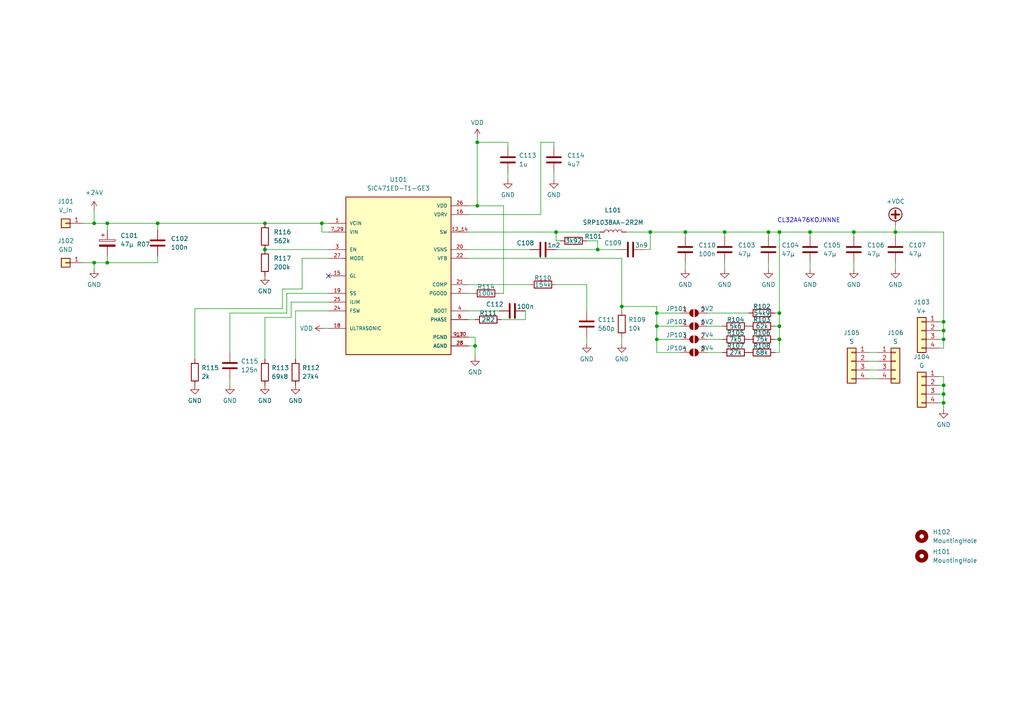
<source format=kicad_sch>
(kicad_sch (version 20230121) (generator eeschema)
  (paper "A4")
  (lib_symbols
    (symbol "Connector_Generic:Conn_01x01" (pin_names (offset 1.016) hide)
      (property "Reference" "J" (at 0 2.54 0))
      (property "Value" "Conn_01x01" (at 0 -2.54 0))
      (symbol "Conn_01x01_1_1"
        (rectangle (start -1.27 0.127) (end 0 -0.127) (stroke (width 0.1524)))
        (rectangle (start -1.27 1.27) (end 1.27 -1.27) (stroke (width 0.254)) (fill (type background)))
        (pin passive line (at -5.08 0 0) (length 3.81) (name "Pin_1") (number "1"))
      )
    )
    (symbol "Connector_Generic:Conn_01x04" (pin_names (offset 1.016) hide)
      (property "Reference" "J" (at 0 5.08 0))
      (property "Value" "Conn_01x04" (at 0 -7.62 0))
      (symbol "Conn_01x04_1_1"
        (rectangle (start -1.27 -4.953) (end 0 -5.207) (stroke (width 0.1524)))
        (rectangle (start -1.27 -2.413) (end 0 -2.667) (stroke (width 0.1524)))
        (rectangle (start -1.27 0.127) (end 0 -0.127) (stroke (width 0.1524)))
        (rectangle (start -1.27 2.667) (end 0 2.413) (stroke (width 0.1524)))
        (rectangle (start -1.27 3.81) (end 1.27 -6.35) (stroke (width 0.254)) (fill (type background)))
        (pin passive line (at -5.08 2.54 0) (length 3.81) (name "Pin_1") (number "1"))
        (pin passive line (at -5.08 0 0) (length 3.81) (name "Pin_2") (number "2"))
        (pin passive line (at -5.08 -2.54 0) (length 3.81) (name "Pin_3") (number "3"))
        (pin passive line (at -5.08 -5.08 0) (length 3.81) (name "Pin_4") (number "4"))
      )
    )
    (symbol "Device:C" (pin_numbers hide) (pin_names (offset 0.254))
      (property "Reference" "C" (at 0.635 2.54 0))
      (property "Value" "C" (at 0.635 -2.54 0))
      (symbol "C_0_1"
        (polyline (pts (xy -2.032 -0.762) (xy 2.032 -0.762)) (stroke (width 0.508)))
        (polyline (pts (xy -2.032 0.762) (xy 2.032 0.762)) (stroke (width 0.508)))
      )
      (symbol "C_1_1"
        (pin passive line (at 0 3.81 270) (length 2.794) (name "~") (number "1"))
        (pin passive line (at 0 -3.81 90) (length 2.794) (name "~") (number "2"))
      )
    )
    (symbol "Device:C_Polarized" (pin_numbers hide) (pin_names (offset 0.254))
      (property "Reference" "C" (at 0.635 2.54 0))
      (property "Value" "C_Polarized" (at 0.635 -2.54 0))
      (symbol "C_Polarized_0_1"
        (rectangle (start -2.286 0.508) (end 2.286 1.016))
        (polyline (pts (xy -1.778 2.286) (xy -0.762 2.286)))
        (polyline (pts (xy -1.27 2.794) (xy -1.27 1.778)))
        (rectangle (start 2.286 -0.508) (end -2.286 -1.016) (fill (type outline)))
      )
      (symbol "C_Polarized_1_1"
        (pin passive line (at 0 3.81 270) (length 2.794) (name "~") (number "1"))
        (pin passive line (at 0 -3.81 90) (length 2.794) (name "~") (number "2"))
      )
    )
    (symbol "Device:L" (pin_numbers hide) (pin_names (offset 1.016) hide)
      (property "Reference" "L" (at -1.27 0 90))
      (property "Value" "L" (at 1.905 0 90))
      (symbol "L_0_1"
        (arc (start 0 -2.54) (mid 0.6323 -1.905) (end 0 -1.27))
        (arc (start 0 -1.27) (mid 0.6323 -0.635) (end 0 0))
        (arc (start 0 0) (mid 0.6323 0.635) (end 0 1.27))
        (arc (start 0 1.27) (mid 0.6323 1.905) (end 0 2.54))
      )
      (symbol "L_1_1"
        (pin passive line (at 0 3.81 270) (length 1.27) (name "1") (number "1"))
        (pin passive line (at 0 -3.81 90) (length 1.27) (name "2") (number "2"))
      )
    )
    (symbol "Device:R" (pin_numbers hide) (pin_names (offset 0))
      (property "Reference" "R" (at 2.032 0 90))
      (property "Value" "R" (at 0 0 90))
      (symbol "R_0_1"
        (rectangle (start -1.016 -2.54) (end 1.016 2.54) (stroke (width 0.254)))
      )
      (symbol "R_1_1"
        (pin passive line (at 0 3.81 270) (length 1.27) (name "~") (number "1"))
        (pin passive line (at 0 -3.81 90) (length 1.27) (name "~") (number "2"))
      )
    )
    (symbol "Eigene:SIC471ED-T1-GE3" (pin_names (offset 1.016))
      (property "Reference" "U" (at -15.24 22.86 0))
      (property "Value" "SIC471ED-T1-GE3" (at -15.24 -25.4 0))
      (symbol "SIC471ED-T1-GE3_0_0"
        (rectangle (start -15.24 -22.86) (end 15.24 22.86) (stroke (width 0.254)) (fill (type background)))
        (pin input line (at -20.32 15.24 0) (length 5.08) (name "VCIN") (number "1"))
        (pin output line (at 20.32 12.7 180) (length 5.08) (name "SW") (number "12_14"))
        (pin input line (at -20.32 0 0) (length 5.08) (name "GL") (number "15"))
        (pin power_in line (at 20.32 17.78 180) (length 5.08) (name "VDRV") (number "16"))
        (pin passive line (at 20.32 -17.78 180) (length 5.08) (name "PGND") (number "17"))
        (pin input line (at -20.32 -15.24 0) (length 5.08) (name "ULTRASONIC") (number "18"))
        (pin input line (at -20.32 -5.08 0) (length 5.08) (name "SS") (number "19"))
        (pin output line (at 20.32 -5.08 180) (length 5.08) (name "PGOOD") (number "2"))
        (pin input line (at 20.32 7.62 180) (length 5.08) (name "VSNS") (number "20"))
        (pin output line (at 20.32 -2.54 180) (length 5.08) (name "COMP") (number "21"))
        (pin input line (at 20.32 5.08 180) (length 5.08) (name "VFB") (number "22"))
        (pin passive line (at 20.32 -20.32 180) (length 5.08) (name "AGND") (number "23"))
        (pin input line (at -20.32 -10.16 0) (length 5.08) (name "FSW") (number "24"))
        (pin input line (at -20.32 -7.62 0) (length 5.08) (name "ILIM") (number "25"))
        (pin power_in line (at 20.32 20.32 180) (length 5.08) (name "VDD") (number "26"))
        (pin input line (at -20.32 5.08 0) (length 5.08) (name "MODE") (number "27"))
        (pin passive line (at 20.32 -20.32 180) (length 5.08) (name "AGND") (number "28"))
        (pin input line (at -20.32 7.62 0) (length 5.08) (name "EN") (number "3"))
        (pin passive line (at 20.32 -10.16 180) (length 5.08) (name "BOOT") (number "4"))
        (pin passive line (at 20.32 -12.7 180) (length 5.08) (name "PHASE") (number "5"))
        (pin passive line (at 20.32 -12.7 180) (length 5.08) (name "PHASE") (number "6"))
        (pin input line (at -20.32 12.7 0) (length 5.08) (name "VIN") (number "7_29"))
        (pin passive line (at 20.32 -17.78 180) (length 5.08) (name "PGND") (number "9_30"))
      )
    )
    (symbol "Jumper:SolderJumper_2_Open" (pin_names (offset 0) hide)
      (property "Reference" "JP" (at 0 2.032 0))
      (property "Value" "SolderJumper_2_Open" (at 0 -2.54 0))
      (symbol "SolderJumper_2_Open_0_1"
        (arc (start -0.254 1.016) (mid -1.2656 0) (end -0.254 -1.016))
        (arc (start -0.254 1.016) (mid -1.2656 0) (end -0.254 -1.016) (fill (type outline)))
        (polyline (pts (xy -0.254 1.016) (xy -0.254 -1.016)))
        (polyline (pts (xy 0.254 1.016) (xy 0.254 -1.016)))
        (arc (start 0.254 -1.016) (mid 1.2656 0) (end 0.254 1.016))
        (arc (start 0.254 -1.016) (mid 1.2656 0) (end 0.254 1.016) (fill (type outline)))
      )
      (symbol "SolderJumper_2_Open_1_1"
        (pin passive line (at -3.81 0 0) (length 2.54) (name "A") (number "1"))
        (pin passive line (at 3.81 0 180) (length 2.54) (name "B") (number "2"))
      )
    )
    (symbol "Mechanical:MountingHole" (pin_names (offset 1.016))
      (property "Reference" "H" (at 0 5.08 0))
      (property "Value" "MountingHole" (at 0 3.175 0))
      (symbol "MountingHole_0_1"
        (circle (center 0 0) (radius 1.27) (stroke (width 1.27)))
      )
    )
    (symbol "power:+24V" (power) (pin_names (offset 0))
      (property "Value" "+24V" (at 0 3.556 0))
      (symbol "+24V_0_1"
        (polyline (pts (xy -0.762 1.27) (xy 0 2.54)))
        (polyline (pts (xy 0 0) (xy 0 2.54)))
        (polyline (pts (xy 0 2.54) (xy 0.762 1.27)))
      )
      (symbol "+24V_1_1"
        (pin power_in line (at 0 0 90) (length 0) hide (name "+24V") (number "1"))
      )
    )
    (symbol "power:+VDC" (power) (pin_names (offset 0))
      (property "Value" "+VDC" (at 0 6.35 0))
      (symbol "+VDC_0_1"
        (polyline (pts (xy -1.143 3.175) (xy 1.143 3.175)) (stroke (width 0.508)))
        (polyline (pts (xy 0 0) (xy 0 1.27)))
        (polyline (pts (xy 0 2.032) (xy 0 4.318)) (stroke (width 0.508)))
        (circle (center 0 3.175) (radius 1.905) (stroke (width 0.254)))
      )
      (symbol "+VDC_1_1"
        (pin power_in line (at 0 0 90) (length 0) hide (name "+VDC") (number "1"))
      )
    )
    (symbol "power:GND" (power) (pin_names (offset 0))
      (property "Value" "GND" (at 0 -3.81 0))
      (symbol "GND_0_1"
        (polyline (pts (xy 0 0) (xy 0 -1.27) (xy 1.27 -1.27) (xy 0 -2.54) (xy -1.27 -1.27) (xy 0 -1.27)))
      )
      (symbol "GND_1_1"
        (pin power_in line (at 0 0 270) (length 0) hide (name "GND") (number "1"))
      )
    )
    (symbol "power:VDD" (power) (pin_names (offset 0))
      (property "Value" "VDD" (at 0 3.81 0))
      (symbol "VDD_0_1"
        (polyline (pts (xy -0.762 1.27) (xy 0 2.54)))
        (polyline (pts (xy 0 0) (xy 0 2.54)))
        (polyline (pts (xy 0 2.54) (xy 0.762 1.27)))
      )
      (symbol "VDD_1_1"
        (pin power_in line (at 0 0 90) (length 0) hide (name "VDD") (number "1"))
      )
    )
  )
  (junction (at 27.305 76.2))
  (junction (at 226.06 94.615))
  (junction (at 273.685 114.3))
  (junction (at 259.715 67.31))
  (junction (at 31.115 64.77))
  (junction (at 27.305 64.77))
  (junction (at 180.34 88.9))
  (junction (at 190.5 90.805))
  (junction (at 210.185 67.31))
  (junction (at 222.885 67.31))
  (junction (at 226.06 90.805))
  (junction (at 226.06 67.31))
  (junction (at 273.685 111.76))
  (junction (at 190.5 98.425))
  (junction (at 234.95 67.31))
  (junction (at 198.755 67.31))
  (junction (at 188.595 67.31))
  (junction (at 247.65 67.31))
  (junction (at 273.685 98.425))
  (junction (at 76.835 64.77))
  (junction (at 76.835 72.39))
  (junction (at 226.06 98.425))
  (junction (at 45.72 64.77))
  (junction (at 138.43 59.69))
  (junction (at 273.685 93.345))
  (junction (at 190.5 94.615))
  (junction (at 173.355 72.39))
  (junction (at 138.43 41.275))
  (junction (at 93.345 64.77))
  (junction (at 273.685 116.84))
  (junction (at 137.795 100.33))
  (junction (at 31.115 76.2))
  (junction (at 273.685 95.885))
  (junction (at 161.29 67.31))
  (no_connect (at 95.25 80.01))
  (wire (pts (xy 146.05 59.69) (xy 138.43 59.69)))
  (wire (pts (xy 190.5 90.805) (xy 190.5 88.9)))
  (wire (pts (xy 162.56 69.85) (xy 161.29 69.85)))
  (wire (pts (xy 190.5 98.425) (xy 190.5 94.615)))
  (wire (pts (xy 198.755 67.31) (xy 198.755 68.58)))
  (wire (pts (xy 135.89 67.31) (xy 161.29 67.31)))
  (wire (pts (xy 66.675 90.805) (xy 66.675 102.235)))
  (wire (pts (xy 259.715 67.31) (xy 273.685 67.31)))
  (wire (pts (xy 205.105 98.425) (xy 209.55 98.425)))
  (wire (pts (xy 198.755 78.105) (xy 198.755 76.2)))
  (wire (pts (xy 161.29 67.31) (xy 173.99 67.31)))
  (wire (pts (xy 272.415 100.965) (xy 273.685 100.965)))
  (wire (pts (xy 27.305 78.105) (xy 27.305 76.2)))
  (wire (pts (xy 272.415 116.84) (xy 273.685 116.84)))
  (wire (pts (xy 156.845 41.275) (xy 160.655 41.275)))
  (wire (pts (xy 160.655 41.275) (xy 160.655 42.545)))
  (wire (pts (xy 197.485 102.235) (xy 190.5 102.235)))
  (wire (pts (xy 226.06 98.425) (xy 226.06 102.235)))
  (wire (pts (xy 190.5 94.615) (xy 197.485 94.615)))
  (wire (pts (xy 226.06 67.31) (xy 226.06 90.805)))
  (wire (pts (xy 135.89 62.23) (xy 156.845 62.23)))
  (wire (pts (xy 259.715 67.31) (xy 259.715 68.58)))
  (wire (pts (xy 84.455 87.63) (xy 95.25 87.63)))
  (wire (pts (xy 234.95 78.105) (xy 234.95 76.2)))
  (wire (pts (xy 234.95 67.31) (xy 247.65 67.31)))
  (wire (pts (xy 170.18 99.695) (xy 170.18 97.79)))
  (wire (pts (xy 222.885 67.31) (xy 222.885 68.58)))
  (wire (pts (xy 259.715 78.105) (xy 259.715 76.2)))
  (wire (pts (xy 226.06 67.31) (xy 234.95 67.31)))
  (wire (pts (xy 95.25 74.93) (xy 87.63 74.93)))
  (wire (pts (xy 93.345 64.77) (xy 95.25 64.77)))
  (wire (pts (xy 273.685 93.345) (xy 273.685 95.885)))
  (wire (pts (xy 45.72 64.77) (xy 76.835 64.77)))
  (wire (pts (xy 252.095 107.315) (xy 254.635 107.315)))
  (wire (pts (xy 170.18 69.85) (xy 173.355 69.85)))
  (wire (pts (xy 173.355 72.39) (xy 179.07 72.39)))
  (wire (pts (xy 76.835 72.39) (xy 95.25 72.39)))
  (wire (pts (xy 190.5 102.235) (xy 190.5 98.425)))
  (wire (pts (xy 273.685 114.3) (xy 273.685 111.76)))
  (wire (pts (xy 190.5 88.9) (xy 180.34 88.9)))
  (wire (pts (xy 147.32 52.07) (xy 147.32 50.165)))
  (wire (pts (xy 190.5 90.805) (xy 197.485 90.805)))
  (wire (pts (xy 146.05 85.09) (xy 146.05 59.69)))
  (wire (pts (xy 226.06 102.235) (xy 224.79 102.235)))
  (wire (pts (xy 210.185 78.105) (xy 210.185 76.2)))
  (wire (pts (xy 76.835 92.075) (xy 76.835 104.14)))
  (wire (pts (xy 66.675 111.76) (xy 66.675 109.855)))
  (wire (pts (xy 138.43 59.69) (xy 138.43 41.275)))
  (wire (pts (xy 31.115 64.77) (xy 45.72 64.77)))
  (wire (pts (xy 190.5 94.615) (xy 190.5 90.805)))
  (wire (pts (xy 84.455 92.075) (xy 84.455 87.63)))
  (wire (pts (xy 156.845 62.23) (xy 156.845 41.275)))
  (wire (pts (xy 210.185 67.31) (xy 210.185 68.58)))
  (wire (pts (xy 247.65 67.31) (xy 247.65 68.58)))
  (wire (pts (xy 93.98 95.25) (xy 95.25 95.25)))
  (wire (pts (xy 210.185 67.31) (xy 222.885 67.31)))
  (wire (pts (xy 84.455 92.075) (xy 76.835 92.075)))
  (wire (pts (xy 138.43 41.275) (xy 147.32 41.275)))
  (wire (pts (xy 224.79 90.805) (xy 226.06 90.805)))
  (wire (pts (xy 188.595 72.39) (xy 188.595 67.31)))
  (wire (pts (xy 81.915 83.82) (xy 81.915 89.535)))
  (wire (pts (xy 144.78 85.09) (xy 146.05 85.09)))
  (wire (pts (xy 272.415 98.425) (xy 273.685 98.425)))
  (wire (pts (xy 252.095 109.855) (xy 254.635 109.855)))
  (wire (pts (xy 222.885 78.105) (xy 222.885 76.2)))
  (wire (pts (xy 226.06 94.615) (xy 226.06 98.425)))
  (wire (pts (xy 56.515 89.535) (xy 56.515 104.14)))
  (wire (pts (xy 81.915 89.535) (xy 56.515 89.535)))
  (wire (pts (xy 205.105 90.805) (xy 217.17 90.805)))
  (wire (pts (xy 76.835 64.77) (xy 93.345 64.77)))
  (wire (pts (xy 170.18 90.17) (xy 170.18 82.55)))
  (wire (pts (xy 234.95 67.31) (xy 234.95 68.58)))
  (wire (pts (xy 138.43 40.005) (xy 138.43 41.275)))
  (wire (pts (xy 45.72 66.675) (xy 45.72 64.77)))
  (wire (pts (xy 24.13 64.77) (xy 27.305 64.77)))
  (wire (pts (xy 27.305 76.2) (xy 24.13 76.2)))
  (wire (pts (xy 31.115 76.2) (xy 45.72 76.2)))
  (wire (pts (xy 273.685 109.22) (xy 272.415 109.22)))
  (wire (pts (xy 180.34 88.9) (xy 180.34 90.17)))
  (wire (pts (xy 87.63 83.82) (xy 81.915 83.82)))
  (wire (pts (xy 137.795 97.79) (xy 137.795 100.33)))
  (wire (pts (xy 247.65 78.105) (xy 247.65 76.2)))
  (wire (pts (xy 259.715 65.405) (xy 259.715 67.31)))
  (wire (pts (xy 152.4 92.71) (xy 152.4 90.17)))
  (wire (pts (xy 145.415 92.71) (xy 152.4 92.71)))
  (wire (pts (xy 205.105 94.615) (xy 209.55 94.615)))
  (wire (pts (xy 45.72 74.295) (xy 45.72 76.2)))
  (wire (pts (xy 95.25 85.09) (xy 83.185 85.09)))
  (wire (pts (xy 135.89 59.69) (xy 138.43 59.69)))
  (wire (pts (xy 95.25 67.31) (xy 93.345 67.31)))
  (wire (pts (xy 161.29 69.85) (xy 161.29 67.31)))
  (wire (pts (xy 170.18 82.55) (xy 161.29 82.55)))
  (wire (pts (xy 273.685 67.31) (xy 273.685 93.345)))
  (wire (pts (xy 180.34 99.695) (xy 180.34 97.79)))
  (wire (pts (xy 198.755 67.31) (xy 210.185 67.31)))
  (wire (pts (xy 93.345 67.31) (xy 93.345 64.77)))
  (wire (pts (xy 173.355 72.39) (xy 161.29 72.39)))
  (wire (pts (xy 135.89 72.39) (xy 153.67 72.39)))
  (wire (pts (xy 31.115 74.295) (xy 31.115 76.2)))
  (wire (pts (xy 273.685 93.345) (xy 272.415 93.345)))
  (wire (pts (xy 85.725 104.14) (xy 85.725 90.17)))
  (wire (pts (xy 181.61 67.31) (xy 188.595 67.31)))
  (wire (pts (xy 273.685 100.965) (xy 273.685 98.425)))
  (wire (pts (xy 272.415 111.76) (xy 273.685 111.76)))
  (wire (pts (xy 273.685 118.745) (xy 273.685 116.84)))
  (wire (pts (xy 27.305 76.2) (xy 31.115 76.2)))
  (wire (pts (xy 31.115 64.77) (xy 27.305 64.77)))
  (wire (pts (xy 135.89 74.93) (xy 180.34 74.93)))
  (wire (pts (xy 31.115 64.77) (xy 31.115 66.675)))
  (wire (pts (xy 205.105 102.235) (xy 209.55 102.235)))
  (wire (pts (xy 273.685 111.76) (xy 273.685 109.22)))
  (wire (pts (xy 190.5 98.425) (xy 197.485 98.425)))
  (wire (pts (xy 173.355 69.85) (xy 173.355 72.39)))
  (wire (pts (xy 153.67 82.55) (xy 135.89 82.55)))
  (wire (pts (xy 272.415 114.3) (xy 273.685 114.3)))
  (wire (pts (xy 160.655 52.07) (xy 160.655 50.165)))
  (wire (pts (xy 137.795 97.79) (xy 135.89 97.79)))
  (wire (pts (xy 273.685 95.885) (xy 273.685 98.425)))
  (wire (pts (xy 135.89 100.33) (xy 137.795 100.33)))
  (wire (pts (xy 83.185 90.805) (xy 66.675 90.805)))
  (wire (pts (xy 83.185 85.09) (xy 83.185 90.805)))
  (wire (pts (xy 135.89 85.09) (xy 137.16 85.09)))
  (wire (pts (xy 224.79 98.425) (xy 226.06 98.425)))
  (wire (pts (xy 224.79 94.615) (xy 226.06 94.615)))
  (wire (pts (xy 85.725 90.17) (xy 95.25 90.17)))
  (wire (pts (xy 226.06 90.805) (xy 226.06 94.615)))
  (wire (pts (xy 135.89 92.71) (xy 137.795 92.71)))
  (wire (pts (xy 273.685 116.84) (xy 273.685 114.3)))
  (wire (pts (xy 147.32 41.275) (xy 147.32 42.545)))
  (wire (pts (xy 252.095 104.775) (xy 254.635 104.775)))
  (wire (pts (xy 137.795 100.33) (xy 137.795 103.505)))
  (wire (pts (xy 87.63 74.93) (xy 87.63 83.82)))
  (wire (pts (xy 272.415 95.885) (xy 273.685 95.885)))
  (wire (pts (xy 27.305 60.96) (xy 27.305 64.77)))
  (wire (pts (xy 222.885 67.31) (xy 226.06 67.31)))
  (wire (pts (xy 135.89 90.17) (xy 144.78 90.17)))
  (wire (pts (xy 180.34 74.93) (xy 180.34 88.9)))
  (wire (pts (xy 188.595 67.31) (xy 198.755 67.31)))
  (wire (pts (xy 247.65 67.31) (xy 259.715 67.31)))
  (wire (pts (xy 252.095 102.235) (xy 254.635 102.235)))
  (wire (pts (xy 186.69 72.39) (xy 188.595 72.39)))
  (text "CL32A476KOJNNNE" (at 225.425 64.77 0) (effects (font (size 1.27 1.27)) (justify left bottom)))
  (symbol (lib_id "Device:R") (at 220.98 90.805 90) (unit 1)
    (property "Reference" "R102" (at 220.98 88.9 90))
    (property "Value" "54k9" (at 220.98 90.805 90))
  )
  (symbol (lib_id "Device:R") (at 56.515 107.95 0) (unit 1)
    (property "Reference" "R115" (at 58.42 106.68 0) (effects (justify left)))
    (property "Value" "2k" (at 58.42 109.22 0) (effects (justify left)))
  )
  (symbol (lib_id "power:GND") (at 27.305 78.105 0) (unit 1)
    (property "Reference" "#PWR0101" (effects hide))
    (property "Value" "GND" (at 27.305 82.55 0))
  )
  (symbol (lib_id "power:GND") (at 222.885 78.105 0) (unit 1)
    (property "Reference" "#PWR0104" (effects hide))
    (property "Value" "GND" (at 222.885 82.55 0))
  )
  (symbol (lib_id "Device:C") (at 247.65 72.39 0) (unit 1)
    (property "Reference" "C106" (at 251.46 71.12 0) (effects (justify left)))
    (property "Value" "47µ" (at 251.46 73.66 0) (effects (justify left)))
  )
  (symbol (lib_id "Connector_Generic:Conn_01x04") (at 247.015 104.775 0) (mirror y) (unit 1)
    (property "Reference" "J105" (at 247.015 96.52 0))
    (property "Value" "S" (at 247.015 99.06 0))
  )
  (symbol (lib_id "Device:C_Polarized") (at 31.115 70.485 0) (unit 1)
    (property "Reference" "C101" (at 34.925 68.326 0) (effects (justify left)))
    (property "Value" "47µ R07" (at 34.925 70.866 0) (effects (justify left)))
  )
  (symbol (lib_id "Connector_Generic:Conn_01x01") (at 19.05 76.2 180) (unit 1)
    (property "Reference" "J102" (at 19.05 69.85 0))
    (property "Value" "GND" (at 19.05 72.39 0))
  )
  (symbol (lib_id "Jumper:SolderJumper_2_Open") (at 201.295 98.425 0) (unit 1)
    (property "Reference" "JP103" (at 196.215 97.155 0))
    (property "Value" "7V4" (at 205.105 97.155 0))
  )
  (symbol (lib_id "power:GND") (at 170.18 99.695 0) (unit 1)
    (property "Reference" "#PWR0110" (effects hide))
    (property "Value" "GND" (at 170.18 104.14 0))
  )
  (symbol (lib_id "Jumper:SolderJumper_2_Open") (at 201.295 90.805 0) (unit 1)
    (property "Reference" "JP101" (at 196.215 89.535 0))
    (property "Value" "5V2" (at 205.105 89.535 0))
  )
  (symbol (lib_id "Device:C") (at 182.88 72.39 90) (unit 1)
    (property "Reference" "C109" (at 177.8 70.485 90))
    (property "Value" "3n9" (at 186.055 71.12 90))
  )
  (symbol (lib_id "Device:R") (at 141.605 92.71 90) (unit 1)
    (property "Reference" "R111" (at 141.605 90.805 90))
    (property "Value" "2R2" (at 141.605 92.71 90))
  )
  (symbol (lib_id "Device:R") (at 76.835 68.58 0) (unit 1)
    (property "Reference" "R116" (at 79.375 67.31 0) (effects (justify left)))
    (property "Value" "562k" (at 79.375 69.85 0) (effects (justify left)))
  )
  (symbol (lib_id "power:VDD") (at 93.98 95.25 90) (unit 1)
    (property "Reference" "#PWR0115" (effects hide))
    (property "Value" "VDD" (at 90.805 95.25 90) (effects (justify left)))
  )
  (symbol (lib_id "Device:C") (at 198.755 72.39 0) (unit 1)
    (property "Reference" "C110" (at 202.565 71.12 0) (effects (justify left)))
    (property "Value" "100n" (at 202.565 73.66 0) (effects (justify left)))
  )
  (symbol (lib_id "power:GND") (at 66.675 111.76 0) (unit 1)
    (property "Reference" "#PWR0118" (effects hide))
    (property "Value" "GND" (at 66.675 116.205 0))
  )
  (symbol (lib_id "power:GND") (at 273.685 118.745 0) (unit 1)
    (property "Reference" "#PWR0122" (effects hide))
    (property "Value" "GND" (at 273.685 123.19 0))
  )
  (symbol (lib_id "Device:C") (at 222.885 72.39 0) (unit 1)
    (property "Reference" "C104" (at 226.695 71.12 0) (effects (justify left)))
    (property "Value" "47µ" (at 226.695 73.66 0) (effects (justify left)))
  )
  (symbol (lib_id "Device:R") (at 213.36 98.425 90) (unit 1)
    (property "Reference" "R105" (at 213.36 96.52 90))
    (property "Value" "7k5" (at 213.36 98.425 90))
  )
  (symbol (lib_id "Eigene:SIC471ED-T1-GE3") (at 115.57 80.01 0) (unit 1)
    (property "Reference" "U101" (at 115.57 52.07 0))
    (property "Value" "SIC471ED-T1-GE3" (at 115.57 54.61 0))
    (property "Footprint" "SIC471ED-T1-GE3:VREG_SIC471ED-T1-GE3" (effects hide))
    (property "MF" "Vishay Siliconix" (effects hide))
    (property "Package" "PowerPAK®-55 Vishay Siliconix" (effects hide))
    (property "Price" "None" (effects hide))
    (property "Check_prices" "https://www.snapeda.com/parts/SIC471ED-T1-GE3/Vishay+Siliconix/view-part/?ref=eda" (effects hide))
    (property "STANDARD" "Manufacturer Recommendations" (effects hide))
    (property "PARTREV" "D" (effects hide))
    (property "SnapEDA_Link" "https://www.snapeda.com/parts/SIC471ED-T1-GE3/Vishay+Siliconix/view-part/?ref=snap" (effects hide))
    (property "MP" "SIC471ED-T1-GE3" (effects hide))
    (property "Purchase-URL" "https://www.snapeda.com/api/url_track_click_mouser/?unipart_id=3226310&manufacturer=Vishay Siliconix&part_name=SIC471ED-T1-GE3&search_term=sic471" (effects hide))
    (property "Description" "\nBuck Switching Regulator IC Positive Adjustable 0.8V 1 Output 12A PowerPAK® MLP55-27\n" (effects hide))
    (property "MANUFACTURER" "Vishay" (effects hide))
    (property "Availability" "In Stock" (effects hide))
    (property "SNAPEDA_PN" "SIC471ED-T1-GE3" (effects hide))
  )
  (symbol (lib_id "Device:R") (at 220.98 102.235 90) (unit 1)
    (property "Reference" "R108" (at 220.98 100.33 90))
    (property "Value" "68k" (at 220.98 102.235 90))
  )
  (symbol (lib_id "Connector_Generic:Conn_01x04") (at 267.335 95.885 0) (mirror y) (unit 1)
    (property "Reference" "J103" (at 267.335 87.63 0))
    (property "Value" "V+" (at 267.335 90.17 0))
  )
  (symbol (lib_id "power:GND") (at 76.835 111.76 0) (unit 1)
    (property "Reference" "#PWR0117" (effects hide))
    (property "Value" "GND" (at 76.835 116.205 0))
  )
  (symbol (lib_id "power:GND") (at 180.34 99.695 0) (unit 1)
    (property "Reference" "#PWR0109" (effects hide))
    (property "Value" "GND" (at 180.34 104.14 0))
  )
  (symbol (lib_id "power:+VDC") (at 259.715 65.405 0) (unit 1)
    (property "Reference" "#PWR0121" (effects hide))
    (property "Value" "+VDC" (at 259.715 58.42 0))
  )
  (symbol (lib_id "Mechanical:MountingHole") (at 267.335 161.29 0) (unit 1)
    (property "Reference" "H101" (at 270.51 160.02 0) (effects (justify left)))
    (property "Value" "MountingHole" (at 270.51 162.56 0) (effects (justify left)))
  )
  (symbol (lib_id "Connector_Generic:Conn_01x01") (at 19.05 64.77 180) (unit 1)
    (property "Reference" "J101" (at 19.05 58.42 0))
    (property "Value" "V_In" (at 19.05 60.96 0))
  )
  (symbol (lib_id "Device:C") (at 234.95 72.39 0) (unit 1)
    (property "Reference" "C105" (at 238.76 71.12 0) (effects (justify left)))
    (property "Value" "47µ" (at 238.76 73.66 0) (effects (justify left)))
  )
  (symbol (lib_id "Device:R") (at 213.36 94.615 90) (unit 1)
    (property "Reference" "R104" (at 213.36 92.71 90))
    (property "Value" "5k6" (at 213.36 94.615 90))
  )
  (symbol (lib_id "Device:C") (at 66.675 106.045 0) (unit 1)
    (property "Reference" "C115" (at 69.85 104.775 0) (effects (justify left)))
    (property "Value" "125n" (at 69.85 107.315 0) (effects (justify left)))
  )
  (symbol (lib_id "power:GND") (at 76.835 80.01 0) (unit 1)
    (property "Reference" "#PWR0120" (effects hide))
    (property "Value" "GND" (at 76.835 84.455 0))
  )
  (symbol (lib_id "power:GND") (at 147.32 52.07 0) (unit 1)
    (property "Reference" "#PWR0112" (effects hide))
    (property "Value" "GND" (at 147.32 56.515 0))
  )
  (symbol (lib_id "Connector_Generic:Conn_01x04") (at 259.715 104.775 0) (unit 1)
    (property "Reference" "J106" (at 259.715 96.52 0))
    (property "Value" "S" (at 259.715 99.06 0))
  )
  (symbol (lib_id "power:GND") (at 210.185 78.105 0) (unit 1)
    (property "Reference" "#PWR0103" (effects hide))
    (property "Value" "GND" (at 210.185 82.55 0))
  )
  (symbol (lib_id "Jumper:SolderJumper_2_Open") (at 201.295 94.615 0) (unit 1)
    (property "Reference" "JP102" (at 196.215 93.345 0))
    (property "Value" "6V2" (at 205.105 93.345 0))
  )
  (symbol (lib_id "Device:C") (at 157.48 72.39 90) (unit 1)
    (property "Reference" "C108" (at 152.4 70.485 90))
    (property "Value" "1n2" (at 160.655 71.12 90))
  )
  (symbol (lib_id "power:+24V") (at 27.305 60.96 0) (unit 1)
    (property "Reference" "#PWR0102" (effects hide))
    (property "Value" "+24V" (at 27.305 55.88 0))
  )
  (symbol (lib_id "Mechanical:MountingHole") (at 267.335 155.575 0) (unit 1)
    (property "Reference" "H102" (at 270.51 154.305 0) (effects (justify left)))
    (property "Value" "MountingHole" (at 270.51 156.845 0) (effects (justify left)))
  )
  (symbol (lib_id "power:GND") (at 259.715 78.105 0) (unit 1)
    (property "Reference" "#PWR0107" (effects hide))
    (property "Value" "GND" (at 259.715 82.55 0))
  )
  (symbol (lib_id "power:GND") (at 137.795 103.505 0) (unit 1)
    (property "Reference" "#PWR0111" (effects hide))
    (property "Value" "GND" (at 137.795 107.95 0))
  )
  (symbol (lib_id "Device:C") (at 45.72 70.485 0) (unit 1)
    (property "Reference" "C102" (at 49.53 69.215 0) (effects (justify left)))
    (property "Value" "100n" (at 49.53 71.755 0) (effects (justify left)))
  )
  (symbol (lib_id "Device:R") (at 166.37 69.85 90) (unit 1)
    (property "Reference" "R101" (at 172.085 68.58 90))
    (property "Value" "3k92" (at 166.37 69.85 90))
  )
  (symbol (lib_id "power:GND") (at 160.655 52.07 0) (unit 1)
    (property "Reference" "#PWR0114" (effects hide))
    (property "Value" "GND" (at 160.655 56.515 0))
  )
  (symbol (lib_id "Device:R") (at 76.835 107.95 0) (unit 1)
    (property "Reference" "R113" (at 78.74 106.68 0) (effects (justify left)))
    (property "Value" "69k8" (at 78.74 109.22 0) (effects (justify left)))
  )
  (symbol (lib_id "Device:C") (at 148.59 90.17 90) (unit 1)
    (property "Reference" "C112" (at 143.51 88.265 90))
    (property "Value" "100n" (at 152.4 88.9 90))
  )
  (symbol (lib_id "power:GND") (at 56.515 111.76 0) (unit 1)
    (property "Reference" "#PWR0119" (effects hide))
    (property "Value" "GND" (at 56.515 116.205 0))
  )
  (symbol (lib_id "Device:R") (at 213.36 102.235 90) (unit 1)
    (property "Reference" "R107" (at 213.36 100.33 90))
    (property "Value" "27k" (at 213.36 102.235 90))
  )
  (symbol (lib_id "Device:R") (at 180.34 93.98 0) (unit 1)
    (property "Reference" "R109" (at 182.245 92.71 0) (effects (justify left)))
    (property "Value" "10k" (at 182.245 95.25 0) (effects (justify left)))
  )
  (symbol (lib_id "Connector_Generic:Conn_01x04") (at 267.335 111.76 0) (mirror y) (unit 1)
    (property "Reference" "J104" (at 267.335 103.505 0))
    (property "Value" "G" (at 267.335 106.045 0))
  )
  (symbol (lib_id "Device:C") (at 170.18 93.98 0) (unit 1)
    (property "Reference" "C111" (at 173.355 92.71 0) (effects (justify left)))
    (property "Value" "560p" (at 173.355 95.25 0) (effects (justify left)))
  )
  (symbol (lib_id "Jumper:SolderJumper_2_Open") (at 201.295 102.235 0) (unit 1)
    (property "Reference" "JP104" (at 196.215 100.965 0))
    (property "Value" "8V4" (at 205.105 100.965 0))
  )
  (symbol (lib_id "Device:R") (at 220.98 98.425 90) (unit 1)
    (property "Reference" "R106" (at 220.98 96.52 90))
    (property "Value" "75k" (at 220.98 98.425 90))
  )
  (symbol (lib_id "Device:R") (at 220.98 94.615 90) (unit 1)
    (property "Reference" "R103" (at 220.98 92.71 90))
    (property "Value" "62k" (at 220.98 94.615 90))
  )
  (symbol (lib_id "power:GND") (at 247.65 78.105 0) (unit 1)
    (property "Reference" "#PWR0106" (effects hide))
    (property "Value" "GND" (at 247.65 82.55 0))
  )
  (symbol (lib_id "Device:R") (at 85.725 107.95 0) (unit 1)
    (property "Reference" "R112" (at 87.63 106.68 0) (effects (justify left)))
    (property "Value" "27k4" (at 87.63 109.22 0) (effects (justify left)))
  )
  (symbol (lib_id "Device:R") (at 76.835 76.2 0) (unit 1)
    (property "Reference" "R117" (at 79.375 74.93 0) (effects (justify left)))
    (property "Value" "200k" (at 79.375 77.47 0) (effects (justify left)))
  )
  (symbol (lib_id "Device:C") (at 160.655 46.355 0) (unit 1)
    (property "Reference" "C114" (at 164.465 45.085 0) (effects (justify left)))
    (property "Value" "4u7" (at 164.465 47.625 0) (effects (justify left)))
  )
  (symbol (lib_id "power:VDD") (at 138.43 40.005 0) (unit 1)
    (property "Reference" "#PWR0113" (effects hide))
    (property "Value" "VDD" (at 138.43 35.56 0))
  )
  (symbol (lib_id "Device:C") (at 259.715 72.39 0) (unit 1)
    (property "Reference" "C107" (at 263.525 71.12 0) (effects (justify left)))
    (property "Value" "47µ" (at 263.525 73.66 0) (effects (justify left)))
  )
  (symbol (lib_id "power:GND") (at 234.95 78.105 0) (unit 1)
    (property "Reference" "#PWR0105" (effects hide))
    (property "Value" "GND" (at 234.95 82.55 0))
  )
  (symbol (lib_id "power:GND") (at 85.725 111.76 0) (unit 1)
    (property "Reference" "#PWR0116" (effects hide))
    (property "Value" "GND" (at 85.725 116.205 0))
  )
  (symbol (lib_id "Device:C") (at 210.185 72.39 0) (unit 1)
    (property "Reference" "C103" (at 213.995 71.12 0) (effects (justify left)))
    (property "Value" "47µ" (at 213.995 73.66 0) (effects (justify left)))
  )
  (symbol (lib_id "Device:L") (at 177.8 67.31 90) (unit 1)
    (property "Reference" "L101" (at 177.8 60.96 90))
    (property "Value" "\nSRP1038AA-2R2M\n" (at 177.8 63.5 90))
  )
  (symbol (lib_id "Device:R") (at 140.97 85.09 90) (unit 1)
    (property "Reference" "R114" (at 140.97 83.185 90))
    (property "Value" "100k" (at 140.97 85.09 90))
  )
  (symbol (lib_id "power:GND") (at 198.755 78.105 0) (unit 1)
    (property "Reference" "#PWR0108" (effects hide))
    (property "Value" "GND" (at 198.755 82.55 0))
  )
  (symbol (lib_id "Device:R") (at 157.48 82.55 90) (unit 1)
    (property "Reference" "R110" (at 157.48 80.645 90))
    (property "Value" "154k" (at 157.48 82.55 90))
  )
  (symbol (lib_id "Device:C") (at 147.32 46.355 0) (unit 1)
    (property "Reference" "C113" (at 150.495 45.085 0) (effects (justify left)))
    (property "Value" "1u" (at 150.495 47.625 0) (effects (justify left)))
  )
)
</source>
